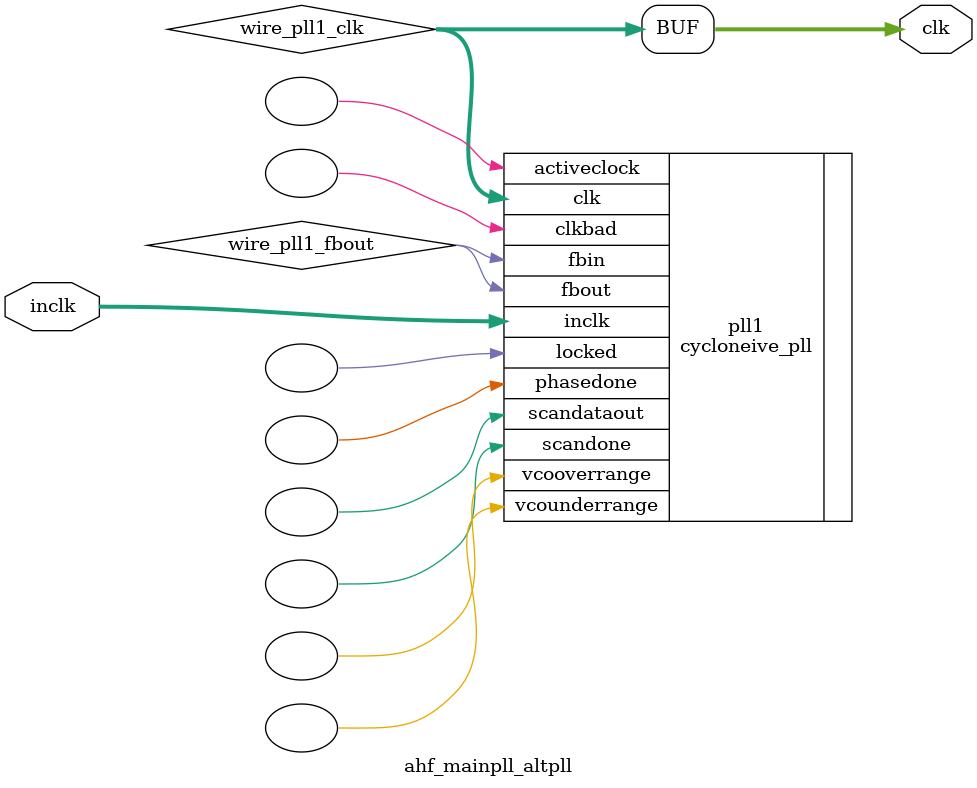
<source format=v>






//synthesis_resources = cycloneive_pll 1 
//synopsys translate_off
`timescale 1 ps / 1 ps
//synopsys translate_on
module  ahf_mainpll_altpll
	( 
	clk,
	inclk) /* synthesis synthesis_clearbox=1 */;
	output   [4:0]  clk;
	input   [1:0]  inclk;
`ifndef ALTERA_RESERVED_QIS
// synopsys translate_off
`endif
	tri0   [1:0]  inclk;
`ifndef ALTERA_RESERVED_QIS
// synopsys translate_on
`endif

	wire  [4:0]   wire_pll1_clk;
	wire  wire_pll1_fbout;

	cycloneive_pll   pll1
	( 
	.activeclock(),
	.clk(wire_pll1_clk),
	.clkbad(),
	.fbin(wire_pll1_fbout),
	.fbout(wire_pll1_fbout),
	.inclk(inclk),
	.locked(),
	.phasedone(),
	.scandataout(),
	.scandone(),
	.vcooverrange(),
	.vcounderrange()
	`ifndef FORMAL_VERIFICATION
	// synopsys translate_off
	`endif
	,
	.areset(1'b0),
	.clkswitch(1'b0),
	.configupdate(1'b0),
	.pfdena(1'b1),
	.phasecounterselect({3{1'b0}}),
	.phasestep(1'b0),
	.phaseupdown(1'b0),
	.scanclk(1'b0),
	.scanclkena(1'b1),
	.scandata(1'b0)
	`ifndef FORMAL_VERIFICATION
	// synopsys translate_on
	`endif
	);
	defparam
		pll1.bandwidth_type = "auto",
		pll1.clk0_divide_by = 10,
		pll1.clk0_duty_cycle = 50,
		pll1.clk0_multiply_by = 1,
		pll1.clk0_phase_shift = "0",
		pll1.clk1_divide_by = 10,
		pll1.clk1_duty_cycle = 50,
		pll1.clk1_multiply_by = 1,
		pll1.clk1_phase_shift = "16667",
		pll1.clk2_divide_by = 10,
		pll1.clk2_duty_cycle = 50,
		pll1.clk2_multiply_by = 1,
		pll1.clk2_phase_shift = "33333",
		pll1.compensate_clock = "clk0",
		pll1.inclk0_input_frequency = 20000,
		pll1.operation_mode = "normal",
		pll1.pll_type = "auto",
		pll1.lpm_type = "cycloneive_pll";
	assign
		clk = {wire_pll1_clk[4:0]};
endmodule //ahf_mainpll_altpll
//VALID FILE

</source>
